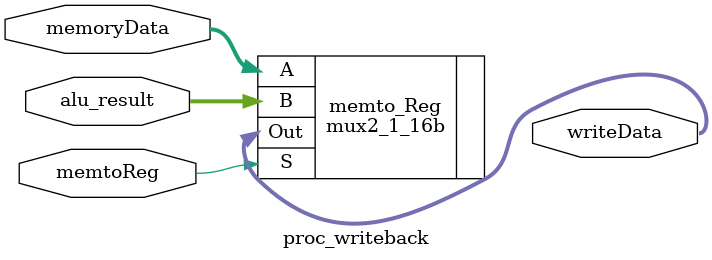
<source format=v>
module proc_writeback(memoryData, alu_result, memtoReg, writeData);

input [15:0] memoryData;
input [15:0] alu_result;
input memtoReg;


output [15:0] writeData;

//Memto Reg decides what data is written back
mux2_1_16b memto_Reg(.A(memoryData), .B(alu_result), .S(memtoReg), .Out(writeData));

endmodule

</source>
